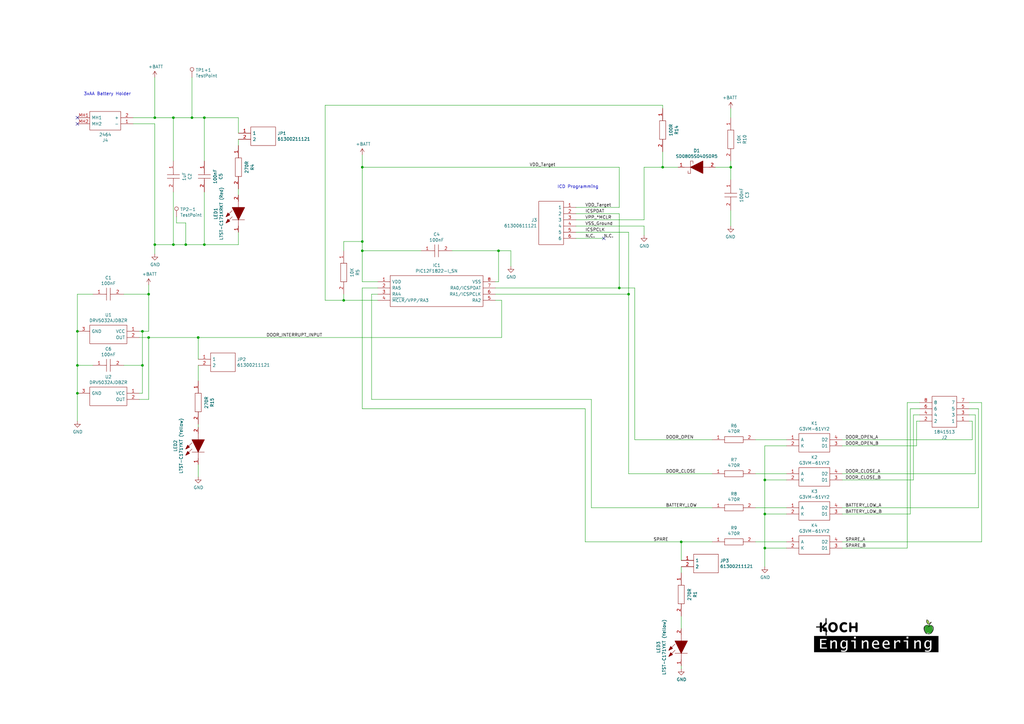
<source format=kicad_sch>
(kicad_sch (version 20211123) (generator eeschema)
  (paper "A3")
  (title_block (title "Garden Gate Logic") (date "2020-11-07") (rev "1.0") (company "KOCH Engineering") (comment 1 "H.KOCH"))
  (lib_symbols
    (symbol "Connector:TestPoint" (pin_numbers hide) (pin_names (offset 0.762) hide)
      (property "Reference" "TP" (at 0 6.858 0))
      (property "Value" "TestPoint" (at 0 5.08 0))
      (symbol "TestPoint_1_1"
        (pin passive line (at 0 0 90) (length 2.54) (name "1") (number "1"))
      )
    )
    (symbol "GardenGate-rescue:2464-SamacSys_Parts2" (pin_names (offset 0.762))
      (property "Reference" "J" (at 19.05 7.62 0))
      (property "Value" "2464-SamacSys_Parts2" (at 19.05 5.08 0))
      (symbol "2464-SamacSys_Parts2_0_0"
        (pin passive line (at 22.86 0 180) (length 5.08) (name "-") (number "1"))
        (pin passive line (at 22.86 -2.54 180) (length 5.08) (name "+") (number "2"))
        (pin passive line (at 0 -2.54 0) (length 5.08) (name "MH1") (number "MH1"))
        (pin passive line (at 0 0 0) (length 5.08) (name "MH2") (number "MH2"))
      )
    )
    (symbol "GardenGate-rescue:61300211121-SamacSys_Parts2" (pin_names (offset 0.762))
      (property "Reference" "J" (at 16.51 7.62 0))
      (property "Value" "61300211121-SamacSys_Parts2" (at 16.51 5.08 0))
      (symbol "61300211121-SamacSys_Parts2_0_0"
        (pin passive line (at 0 0 0) (length 5.08) (name "1") (number "1"))
        (pin passive line (at 0 -2.54 0) (length 5.08) (name "2") (number "2"))
      )
    )
    (symbol "GardenGate-rescue:61300611121-SamacSys_Parts2" (pin_names (offset 0.762))
      (property "Reference" "J" (at 16.51 7.62 0))
      (property "Value" "61300611121-SamacSys_Parts2" (at 16.51 5.08 0))
      (symbol "61300611121-SamacSys_Parts2_0_0"
        (pin passive line (at 0 0 0) (length 5.08) (name "1") (number "1"))
        (pin passive line (at 0 -2.54 0) (length 5.08) (name "2") (number "2"))
        (pin passive line (at 0 -5.08 0) (length 5.08) (name "3") (number "3"))
        (pin passive line (at 0 -7.62 0) (length 5.08) (name "4") (number "4"))
        (pin passive line (at 0 -10.16 0) (length 5.08) (name "5") (number "5"))
        (pin passive line (at 0 -12.7 0) (length 5.08) (name "6") (number "6"))
      )
    )
    (symbol "GardenGate-rescue:C0805C104K5RAC7411-SamacSys_Parts2" (pin_names (offset 0.762))
      (property "Reference" "C" (at 8.89 6.35 0))
      (property "Value" "C0805C104K5RAC7411-SamacSys_Parts2" (at 8.89 3.81 0))
      (symbol "C0805C104K5RAC7411-SamacSys_Parts2_0_0"
        (pin passive line (at 0 0 0) (length 5.08) (name "~") (number "1"))
        (pin passive line (at 12.7 0 180) (length 5.08) (name "~") (number "2"))
      )
    )
    (symbol "GardenGate-rescue:G3VM-61VY2-SamacSys_Parts2" (pin_names (offset 0.762))
      (property "Reference" "K" (at 19.05 7.62 0))
      (property "Value" "G3VM-61VY2-SamacSys_Parts2" (at 19.05 5.08 0))
      (symbol "G3VM-61VY2-SamacSys_Parts2_0_0"
        (pin passive line (at 0 0 0) (length 5.08) (name "A") (number "1"))
        (pin passive line (at 0 -2.54 0) (length 5.08) (name "K") (number "2"))
        (pin passive line (at 22.86 -2.54 180) (length 5.08) (name "D1") (number "3"))
        (pin passive line (at 22.86 0 180) (length 5.08) (name "D2") (number "4"))
      )
    )
    (symbol "GardenGate-rescue:LTST-C171KRKT-SamacSys_Parts2" (pin_names (offset 0.762))
      (property "Reference" "LED" (at 12.7 8.89 0))
      (property "Value" "LTST-C171KRKT-SamacSys_Parts2" (at 12.7 6.35 0))
      (symbol "LTST-C171KRKT-SamacSys_Parts2_0_0"
        (pin passive line (at 0 0 0) (length 2.54) (name "~") (number "1"))
        (pin passive line (at 15.24 0 180) (length 2.54) (name "~") (number "2"))
      )
    )
    (symbol "GardenGate-rescue:LTST-C171YKT-SamacSys_Parts2" (pin_names (offset 0.762))
      (property "Reference" "LED" (at 12.7 8.89 0))
      (property "Value" "LTST-C171YKT-SamacSys_Parts2" (at 12.7 6.35 0))
      (symbol "LTST-C171YKT-SamacSys_Parts2_0_0"
        (pin passive line (at 0 0 0) (length 2.54) (name "~") (number "1"))
        (pin passive line (at 15.24 0 180) (length 2.54) (name "~") (number "2"))
      )
    )
    (symbol "GardenGate-rescue:PIC12F1822-I_SN-SamacSys_Parts2" (pin_names (offset 0.762))
      (property "Reference" "IC" (at 44.45 7.62 0))
      (property "Value" "PIC12F1822-I_SN-SamacSys_Parts2" (at 44.45 5.08 0))
      (symbol "PIC12F1822-I_SN-SamacSys_Parts2_0_0"
        (pin passive line (at 0 0 0) (length 5.08) (name "VDD") (number "1"))
        (pin passive line (at 0 -2.54 0) (length 5.08) (name "RA5") (number "2"))
        (pin passive line (at 0 -5.08 0) (length 5.08) (name "RA4") (number "3"))
        (pin passive line (at 0 -7.62 0) (length 5.08) (name "~{MCLR}/VPP/RA3") (number "4"))
        (pin passive line (at 48.26 -7.62 180) (length 5.08) (name "RA2") (number "5"))
        (pin passive line (at 48.26 -5.08 180) (length 5.08) (name "RA1/ICSPCLK") (number "6"))
        (pin passive line (at 48.26 -2.54 180) (length 5.08) (name "RA0/ICSPDAT") (number "7"))
        (pin passive line (at 48.26 0 180) (length 5.08) (name "VSS") (number "8"))
      )
    )
    (symbol "GardenGate-rescue:RC0805FR-07270RL-SamacSys_Parts2" (pin_names (offset 0.762))
      (property "Reference" "R" (at 13.97 6.35 0))
      (property "Value" "RC0805FR-07270RL-SamacSys_Parts2" (at 13.97 3.81 0))
      (symbol "RC0805FR-07270RL-SamacSys_Parts2_0_0"
        (pin passive line (at 0 0 0) (length 5.08) (name "~") (number "1"))
        (pin passive line (at 17.78 0 180) (length 5.08) (name "~") (number "2"))
      )
    )
    (symbol "GardenGate-rescue:RC0805JR-0710KL-SamacSys_Parts2" (pin_names (offset 0.762))
      (property "Reference" "R" (at 13.97 6.35 0))
      (property "Value" "RC0805JR-0710KL-SamacSys_Parts2" (at 13.97 3.81 0))
      (symbol "RC0805JR-0710KL-SamacSys_Parts2_0_0"
        (pin passive line (at 0 0 0) (length 5.08) (name "~") (number "1"))
        (pin passive line (at 17.78 0 180) (length 5.08) (name "~") (number "2"))
      )
    )
    (symbol "GardenGate-rescue:RC0805JR-100RL-SamacSys_Parts2" (pin_names (offset 0.762))
      (property "Reference" "R" (at 13.97 6.35 0))
      (property "Value" "RC0805JR-100RL-SamacSys_Parts2" (at 13.97 3.81 0))
      (symbol "RC0805JR-100RL-SamacSys_Parts2_0_0"
        (pin passive line (at 0 0 0) (length 5.08) (name "~") (number "1"))
        (pin passive line (at 17.78 0 180) (length 5.08) (name "~") (number "2"))
      )
    )
    (symbol "GardenGate-rescue:RC0805JR-10470RL-SamacSys_Parts2" (pin_names (offset 0.762))
      (property "Reference" "R" (at 13.97 6.35 0))
      (property "Value" "RC0805JR-10470RL-SamacSys_Parts2" (at 13.97 3.81 0))
      (symbol "RC0805JR-10470RL-SamacSys_Parts2_0_0"
        (pin passive line (at 0 0 0) (length 5.08) (name "~") (number "1"))
        (pin passive line (at 17.78 0 180) (length 5.08) (name "~") (number "2"))
      )
    )
    (symbol "GardenGate-rescue:SD0805S040S0R5-SamacSys_Parts2" (pin_names (offset 0.762))
      (property "Reference" "D" (at 12.7 8.89 0))
      (property "Value" "SD0805S040S0R5-SamacSys_Parts2" (at 12.7 6.35 0))
      (symbol "SD0805S040S0R5-SamacSys_Parts2_0_0"
        (pin passive line (at 2.54 0 0) (length 2.54) (name "~") (number "1"))
        (pin passive line (at 17.78 0 180) (length 2.54) (name "~") (number "2"))
      )
    )
    (symbol "GardenGate-rescue:UMF212B7105KGHT-SamacSys_Parts2" (pin_names (offset 0.762))
      (property "Reference" "C" (at 8.89 6.35 0))
      (property "Value" "UMF212B7105KGHT-SamacSys_Parts2" (at 8.89 3.81 0))
      (symbol "UMF212B7105KGHT-SamacSys_Parts2_0_0"
        (pin passive line (at 0 0 0) (length 5.08) (name "~") (number "1"))
        (pin passive line (at 12.7 0 180) (length 5.08) (name "~") (number "2"))
      )
    )
    (symbol "SamacSys_Parts:G3VM-61VY2" (pin_names (offset 0.762))
      (property "Reference" "K" (at 19.05 7.62 0))
      (property "Value" "G3VM-61VY2" (at 19.05 5.08 0))
      (symbol "G3VM-61VY2_0_0"
        (pin passive line (at 0 0 0) (length 5.08) (name "A") (number "1"))
        (pin passive line (at 0 -2.54 0) (length 5.08) (name "K") (number "2"))
        (pin passive line (at 22.86 -2.54 180) (length 5.08) (name "D1") (number "3"))
        (pin passive line (at 22.86 0 180) (length 5.08) (name "D2") (number "4"))
      )
    )
    (symbol "SamarSys_Parts_C_Downloads:1841513" (pin_names (offset 0.762))
      (property "Reference" "J" (at 16.51 7.62 0))
      (property "Value" "SamarSys_Parts_C_Downloads_1841513" (at 16.51 5.08 0))
      (symbol "1841513_0_0"
        (pin passive line (at 0 0 0) (length 5.08) (name "1") (number "1"))
        (pin passive line (at 20.32 0 180) (length 5.08) (name "2") (number "2"))
        (pin passive line (at 0 -2.54 0) (length 5.08) (name "3") (number "3"))
        (pin passive line (at 20.32 -2.54 180) (length 5.08) (name "4") (number "4"))
        (pin passive line (at 0 -5.08 0) (length 5.08) (name "5") (number "5"))
        (pin passive line (at 20.32 -5.08 180) (length 5.08) (name "6") (number "6"))
        (pin passive line (at 0 -7.62 0) (length 5.08) (name "7") (number "7"))
        (pin passive line (at 20.32 -7.62 180) (length 5.08) (name "8") (number "8"))
      )
    )
    (symbol "SamarSys_Parts_Download:DRV5032AJDBZR" (pin_names (offset 0.762))
      (property "Reference" "U" (at 21.59 7.62 0))
      (property "Value" "SamarSys_Parts_Download_DRV5032AJDBZR" (at 21.59 5.08 0))
      (symbol "DRV5032AJDBZR_0_0"
        (pin passive line (at 0 0 0) (length 5.08) (name "VCC") (number "1"))
        (pin passive line (at 0 -2.54 0) (length 5.08) (name "OUT") (number "2"))
        (pin passive line (at 25.4 0 180) (length 5.08) (name "GND") (number "3"))
      )
    )
    (symbol "power:+BATT" (power) (pin_names (offset 0))
      (property "Value" "+BATT" (at 0 3.556 0))
      (symbol "+BATT_1_1"
        (pin power_in line (at 0 0 90) (length 0) hide (name "+BATT") (number "1"))
      )
    )
    (symbol "power:GND" (power) (pin_names (offset 0))
      (property "Value" "GND" (at 0 -3.81 0))
      (symbol "GND_1_1"
        (pin power_in line (at 0 0 270) (length 0) hide (name "GND") (number "1"))
      )
    )
  )
  (junction (at 83.82 100.33))
  (junction (at 63.5 48.26))
  (junction (at 78.74 48.26))
  (junction (at 313.69 224.79))
  (junction (at 279.4 222.25))
  (junction (at 257.81 120.65))
  (junction (at 31.75 149.86))
  (junction (at 31.75 135.89))
  (junction (at 63.5 100.33))
  (junction (at 60.96 138.43))
  (junction (at 31.75 161.29))
  (junction (at 71.12 100.33))
  (junction (at 60.96 120.65))
  (junction (at 299.72 68.58))
  (junction (at 140.97 123.19))
  (junction (at 204.47 102.87))
  (junction (at 58.42 149.86))
  (junction (at 81.28 138.43))
  (junction (at 83.82 48.26))
  (junction (at 254 118.11))
  (junction (at 313.69 196.85))
  (junction (at 148.59 102.87))
  (junction (at 58.42 135.89))
  (junction (at 148.59 68.58))
  (junction (at 148.59 99.06))
  (junction (at 271.78 68.58))
  (junction (at 313.69 210.82))
  (junction (at 76.2 100.33))
  (junction (at 71.12 48.26))
  (no_connect (at 247.65 97.79))
  (no_connect (at 31.75 48.26))
  (no_connect (at 31.75 50.8))
  (wire (pts (xy 38.1 120.65) (xy 31.75 120.65)))
  (wire (pts (xy 152.4 120.65) (xy 152.4 163.83)))
  (wire (pts (xy 345.44 182.88) (xy 375.92 182.88)))
  (wire (pts (xy 375.92 172.72) (xy 377.19 172.72)))
  (wire (pts (xy 402.59 165.1) (xy 397.51 165.1)))
  (wire (pts (xy 185.42 102.87) (xy 204.47 102.87)))
  (wire (pts (xy 148.59 68.58) (xy 148.59 99.06)))
  (wire (pts (xy 309.88 194.31) (xy 322.58 194.31)))
  (wire (pts (xy 279.4 222.25) (xy 292.1 222.25)))
  (wire (pts (xy 58.42 135.89) (xy 60.96 135.89)))
  (wire (pts (xy 72.39 91.44) (xy 76.2 91.44)))
  (wire (pts (xy 401.32 208.28) (xy 401.32 167.64)))
  (wire (pts (xy 97.79 54.61) (xy 97.79 48.26)))
  (wire (pts (xy 54.61 48.26) (xy 63.5 48.26)))
  (wire (pts (xy 57.15 163.83) (xy 60.96 163.83)))
  (wire (pts (xy 81.28 190.5) (xy 81.28 195.58)))
  (wire (pts (xy 148.59 102.87) (xy 148.59 99.06)))
  (wire (pts (xy 279.4 273.05) (xy 279.4 274.32)))
  (wire (pts (xy 377.19 170.18) (xy 374.65 170.18)))
  (wire (pts (xy 236.22 87.63) (xy 254 87.63)))
  (wire (pts (xy 203.2 120.65) (xy 257.81 120.65)))
  (wire (pts (xy 279.4 232.41) (xy 279.4 234.95)))
  (wire (pts (xy 209.55 102.87) (xy 209.55 109.22)))
  (wire (pts (xy 271.78 44.45) (xy 271.78 43.18)))
  (wire (pts (xy 148.59 99.06) (xy 140.97 99.06)))
  (wire (pts (xy 400.05 194.31) (xy 400.05 170.18)))
  (wire (pts (xy 63.5 100.33) (xy 71.12 100.33)))
  (wire (pts (xy 154.94 115.57) (xy 148.59 115.57)))
  (wire (pts (xy 242.57 163.83) (xy 242.57 208.28)))
  (wire (pts (xy 81.28 138.43) (xy 81.28 147.32)))
  (wire (pts (xy 148.59 68.58) (xy 254 68.58)))
  (wire (pts (xy 279.4 252.73) (xy 279.4 257.81)))
  (wire (pts (xy 97.79 77.47) (xy 97.79 80.01)))
  (wire (pts (xy 313.69 196.85) (xy 313.69 210.82)))
  (wire (pts (xy 313.69 224.79) (xy 313.69 232.41)))
  (wire (pts (xy 402.59 222.25) (xy 402.59 165.1)))
  (wire (pts (xy 309.88 208.28) (xy 322.58 208.28)))
  (wire (pts (xy 345.44 224.79) (xy 372.11 224.79)))
  (wire (pts (xy 292.1 194.31) (xy 257.81 194.31)))
  (wire (pts (xy 97.79 95.25) (xy 97.79 100.33)))
  (wire (pts (xy 345.44 196.85) (xy 374.65 196.85)))
  (wire (pts (xy 372.11 165.1) (xy 372.11 224.79)))
  (wire (pts (xy 140.97 102.87) (xy 140.97 99.06)))
  (wire (pts (xy 140.97 120.65) (xy 140.97 123.19)))
  (wire (pts (xy 257.81 95.25) (xy 257.81 120.65)))
  (wire (pts (xy 54.61 50.8) (xy 63.5 50.8)))
  (wire (pts (xy 97.79 57.15) (xy 97.79 59.69)))
  (wire (pts (xy 72.39 88.9) (xy 72.39 91.44)))
  (wire (pts (xy 203.2 118.11) (xy 254 118.11)))
  (wire (pts (xy 78.74 48.26) (xy 83.82 48.26)))
  (wire (pts (xy 148.59 63.5) (xy 148.59 68.58)))
  (wire (pts (xy 50.8 120.65) (xy 60.96 120.65)))
  (wire (pts (xy 240.03 167.64) (xy 240.03 222.25)))
  (wire (pts (xy 377.19 167.64) (xy 373.38 167.64)))
  (wire (pts (xy 83.82 66.04) (xy 83.82 48.26)))
  (wire (pts (xy 313.69 182.88) (xy 322.58 182.88)))
  (wire (pts (xy 292.1 180.34) (xy 260.35 180.34)))
  (wire (pts (xy 76.2 100.33) (xy 83.82 100.33)))
  (wire (pts (xy 313.69 210.82) (xy 322.58 210.82)))
  (wire (pts (xy 313.69 196.85) (xy 313.69 182.88)))
  (wire (pts (xy 154.94 123.19) (xy 140.97 123.19)))
  (wire (pts (xy 71.12 66.04) (xy 71.12 48.26)))
  (wire (pts (xy 204.47 102.87) (xy 209.55 102.87)))
  (wire (pts (xy 271.78 43.18) (xy 133.35 43.18)))
  (wire (pts (xy 148.59 118.11) (xy 148.59 167.64)))
  (wire (pts (xy 63.5 100.33) (xy 63.5 104.14)))
  (wire (pts (xy 345.44 194.31) (xy 400.05 194.31)))
  (wire (pts (xy 81.28 138.43) (xy 205.74 138.43)))
  (wire (pts (xy 78.74 31.75) (xy 78.74 48.26)))
  (wire (pts (xy 401.32 167.64) (xy 397.51 167.64)))
  (wire (pts (xy 31.75 135.89) (xy 31.75 149.86)))
  (wire (pts (xy 148.59 167.64) (xy 240.03 167.64)))
  (wire (pts (xy 293.37 68.58) (xy 299.72 68.58)))
  (wire (pts (xy 63.5 48.26) (xy 71.12 48.26)))
  (wire (pts (xy 63.5 48.26) (xy 63.5 31.75)))
  (wire (pts (xy 257.81 120.65) (xy 257.81 194.31)))
  (wire (pts (xy 264.16 68.58) (xy 264.16 90.17)))
  (wire (pts (xy 299.72 66.04) (xy 299.72 68.58)))
  (wire (pts (xy 254 85.09) (xy 254 68.58)))
  (wire (pts (xy 240.03 222.25) (xy 279.4 222.25)))
  (wire (pts (xy 60.96 120.65) (xy 60.96 135.89)))
  (wire (pts (xy 205.74 123.19) (xy 205.74 138.43)))
  (wire (pts (xy 57.15 138.43) (xy 60.96 138.43)))
  (wire (pts (xy 313.69 224.79) (xy 313.69 210.82)))
  (wire (pts (xy 345.44 208.28) (xy 401.32 208.28)))
  (wire (pts (xy 377.19 165.1) (xy 372.11 165.1)))
  (wire (pts (xy 322.58 224.79) (xy 313.69 224.79)))
  (wire (pts (xy 154.94 120.65) (xy 152.4 120.65)))
  (wire (pts (xy 31.75 149.86) (xy 31.75 161.29)))
  (wire (pts (xy 50.8 149.86) (xy 58.42 149.86)))
  (wire (pts (xy 299.72 86.36) (xy 299.72 92.71)))
  (wire (pts (xy 279.4 229.87) (xy 279.4 222.25)))
  (wire (pts (xy 313.69 196.85) (xy 322.58 196.85)))
  (wire (pts (xy 60.96 138.43) (xy 60.96 163.83)))
  (wire (pts (xy 345.44 180.34) (xy 398.78 180.34)))
  (wire (pts (xy 236.22 97.79) (xy 247.65 97.79)))
  (wire (pts (xy 309.88 180.34) (xy 322.58 180.34)))
  (wire (pts (xy 203.2 115.57) (xy 204.47 115.57)))
  (wire (pts (xy 60.96 138.43) (xy 81.28 138.43)))
  (wire (pts (xy 236.22 90.17) (xy 264.16 90.17)))
  (wire (pts (xy 71.12 78.74) (xy 71.12 100.33)))
  (wire (pts (xy 83.82 78.74) (xy 83.82 100.33)))
  (wire (pts (xy 345.44 210.82) (xy 373.38 210.82)))
  (wire (pts (xy 58.42 135.89) (xy 58.42 149.86)))
  (wire (pts (xy 60.96 116.84) (xy 60.96 120.65)))
  (wire (pts (xy 398.78 180.34) (xy 398.78 172.72)))
  (wire (pts (xy 57.15 135.89) (xy 58.42 135.89)))
  (wire (pts (xy 254 87.63) (xy 254 118.11)))
  (wire (pts (xy 374.65 170.18) (xy 374.65 196.85)))
  (wire (pts (xy 83.82 48.26) (xy 97.79 48.26)))
  (wire (pts (xy 271.78 62.23) (xy 271.78 68.58)))
  (wire (pts (xy 204.47 115.57) (xy 204.47 102.87)))
  (wire (pts (xy 81.28 173.99) (xy 81.28 175.26)))
  (wire (pts (xy 375.92 182.88) (xy 375.92 172.72)))
  (wire (pts (xy 205.74 123.19) (xy 203.2 123.19)))
  (wire (pts (xy 260.35 118.11) (xy 260.35 180.34)))
  (wire (pts (xy 345.44 222.25) (xy 402.59 222.25)))
  (wire (pts (xy 31.75 135.89) (xy 31.75 120.65)))
  (wire (pts (xy 76.2 91.44) (xy 76.2 100.33)))
  (wire (pts (xy 38.1 149.86) (xy 31.75 149.86)))
  (wire (pts (xy 152.4 163.83) (xy 242.57 163.83)))
  (wire (pts (xy 71.12 48.26) (xy 78.74 48.26)))
  (wire (pts (xy 71.12 100.33) (xy 76.2 100.33)))
  (wire (pts (xy 58.42 149.86) (xy 58.42 161.29)))
  (wire (pts (xy 236.22 92.71) (xy 264.16 92.71)))
  (wire (pts (xy 299.72 44.45) (xy 299.72 48.26)))
  (wire (pts (xy 322.58 222.25) (xy 309.88 222.25)))
  (wire (pts (xy 58.42 161.29) (xy 57.15 161.29)))
  (wire (pts (xy 148.59 102.87) (xy 172.72 102.87)))
  (wire (pts (xy 236.22 85.09) (xy 254 85.09)))
  (wire (pts (xy 133.35 43.18) (xy 133.35 123.19)))
  (wire (pts (xy 278.13 68.58) (xy 271.78 68.58)))
  (wire (pts (xy 292.1 208.28) (xy 242.57 208.28)))
  (wire (pts (xy 236.22 95.25) (xy 257.81 95.25)))
  (wire (pts (xy 31.75 161.29) (xy 31.75 172.72)))
  (wire (pts (xy 299.72 68.58) (xy 299.72 73.66)))
  (wire (pts (xy 373.38 167.64) (xy 373.38 210.82)))
  (wire (pts (xy 398.78 172.72) (xy 397.51 172.72)))
  (wire (pts (xy 154.94 118.11) (xy 148.59 118.11)))
  (wire (pts (xy 63.5 50.8) (xy 63.5 100.33)))
  (wire (pts (xy 81.28 149.86) (xy 81.28 156.21)))
  (wire (pts (xy 83.82 100.33) (xy 97.79 100.33)))
  (wire (pts (xy 254 118.11) (xy 260.35 118.11)))
  (wire (pts (xy 264.16 68.58) (xy 271.78 68.58)))
  (wire (pts (xy 133.35 123.19) (xy 140.97 123.19)))
  (wire (pts (xy 148.59 102.87) (xy 148.59 115.57)))
  (wire (pts (xy 400.05 170.18) (xy 397.51 170.18)))
  (wire (pts (xy 264.16 96.52) (xy 264.16 92.71)))
  (image (at 359.41 260.35))
  (text "ICD Programming\n" (at 228.6 77.47 0) (effects (font (size 1.27 1.27)) (justify left bottom)))
  (text "3xAA Battery Holder" (at 34.29 39.37 0) (effects (font (size 1.27 1.27)) (justify left bottom)))
  (label "DOOR_OPEN_B" (at 346.71 182.88 0))
  (label "N.C." (at 247.65 97.79 0))
  (label "DOOR_OPEN_A" (at 346.71 180.34 0))
  (label "DOOR_CLOSE_B" (at 346.71 196.85 0))
  (label "VSS_Ground" (at 240.03 92.71 0))
  (label "DOOR_CLOSE_A" (at 346.71 194.31 0))
  (label "VDD_Target" (at 217.17 68.58 0))
  (label "N.C." (at 240.03 97.79 0))
  (label "ICSPCLK" (at 240.03 95.25 0))
  (label "SPARE_A" (at 346.71 222.25 0))
  (label "DOOR_OPEN" (at 273.05 180.34 0))
  (label "BATTERY_LOW" (at 273.05 208.28 0))
  (label "BATTERY_LOW_A" (at 346.71 208.28 0))
  (label "ICSPDAT" (at 240.03 87.63 0))
  (label "VPP_*MCLR" (at 240.03 90.17 0))
  (label "DOOR_CLOSE" (at 273.05 194.31 0))
  (label "BATTERY_LOW_B" (at 346.71 210.82 0))
  (label "SPARE" (at 267.97 222.25 0))
  (label "VDD_Target" (at 240.03 85.09 0))
  (label "DOOR_INTERRUPT_INPUT" (at 109.22 138.43 0))
  (label "SPARE_B" (at 346.71 224.79 0))
  (symbol (lib_id "power:+BATT") (at 63.5 31.75 0) (unit 1)
    (property "Reference" "#PWR01" (effects hide))
    (property "Value" "+BATT" (at 63.881 27.3558 0))
  )
  (symbol (lib_id "power:GND") (at 313.69 232.41 0) (unit 1)
    (property "Reference" "#PWR08" (effects hide))
    (property "Value" "GND" (at 313.817 236.8042 0))
  )
  (symbol (lib_id "power:GND") (at 63.5 104.14 0) (unit 1)
    (property "Reference" "#PWR0101" (effects hide))
    (property "Value" "GND" (at 63.627 108.5342 0))
  )
  (symbol (lib_id "power:GND") (at 299.72 92.71 0) (mirror y) (unit 1)
    (property "Reference" "#PWR010" (effects hide))
    (property "Value" "GND" (at 299.593 97.1042 0))
  )
  (symbol (lib_id "power:+BATT") (at 299.72 44.45 0) (mirror y) (unit 1)
    (property "Reference" "#PWR09" (effects hide))
    (property "Value" "+BATT" (at 299.339 40.0558 0))
  )
  (symbol (lib_id "power:GND") (at 264.16 96.52 0) (unit 1)
    (property "Reference" "#PWR07" (effects hide))
    (property "Value" "GND" (at 264.287 100.9142 0))
  )
  (symbol (lib_id "power:GND") (at 209.55 109.22 0) (unit 1)
    (property "Reference" "#PWR06" (effects hide))
    (property "Value" "GND" (at 209.677 113.6142 0))
  )
  (symbol (lib_id "SamacSys_Parts:G3VM-61VY2") (at 322.58 194.31 0) (unit 1)
    (property "Reference" "K2" (at 334.01 187.579 0))
    (property "Value" "G3VM-61VY2" (at 334.01 189.8904 0))
    (property "Footprint" "SOP254P700X230-4N" (effects hide))
    (property "Datasheet" "https://omronfs.omron.com/en_US/ecb/products/pdf/en-g3vm_61g_61vy1.pdf" (effects hide))
    (property "Description" "Solid State Relays - PCB Mount Mos Fet Relay, SMT 60V, 1 form A,SOP4" (effects hide))
    (property "Height" "2.3" (effects hide))
    (property "Mouser Part Number" "653-G3VM61VY2" (effects hide))
    (property "Mouser Price/Stock" "https://www.mouser.co.uk/ProductDetail/Omron-Electronics/G3VM-61VY2?qs=HuCFcgRyUKi6OUI8RxlvUg%3D%3D" (effects hide))
    (property "Manufacturer_Name" "Omron Electronics" (effects hide))
    (property "Manufacturer_Part_Number" "G3VM-61VY2" (effects hide))
  )
  (symbol (lib_id "SamacSys_Parts:G3VM-61VY2") (at 322.58 208.28 0) (unit 1)
    (property "Reference" "K3" (at 334.01 201.549 0))
    (property "Value" "G3VM-61VY2" (at 334.01 203.8604 0))
    (property "Footprint" "SOP254P700X230-4N" (effects hide))
    (property "Datasheet" "https://omronfs.omron.com/en_US/ecb/products/pdf/en-g3vm_61g_61vy1.pdf" (effects hide))
    (property "Description" "Solid State Relays - PCB Mount Mos Fet Relay, SMT 60V, 1 form A,SOP4" (effects hide))
    (property "Height" "2.3" (effects hide))
    (property "Mouser Part Number" "653-G3VM61VY2" (effects hide))
    (property "Mouser Price/Stock" "https://www.mouser.co.uk/ProductDetail/Omron-Electronics/G3VM-61VY2?qs=HuCFcgRyUKi6OUI8RxlvUg%3D%3D" (effects hide))
    (property "Manufacturer_Name" "Omron Electronics" (effects hide))
    (property "Manufacturer_Part_Number" "G3VM-61VY2" (effects hide))
  )
  (symbol (lib_id "SamacSys_Parts:G3VM-61VY2") (at 322.58 222.25 0) (unit 1)
    (property "Reference" "K4" (at 334.01 215.519 0))
    (property "Value" "G3VM-61VY2" (at 334.01 217.8304 0))
    (property "Footprint" "SOP254P700X230-4N" (effects hide))
    (property "Datasheet" "https://omronfs.omron.com/en_US/ecb/products/pdf/en-g3vm_61g_61vy1.pdf" (effects hide))
    (property "Description" "Solid State Relays - PCB Mount Mos Fet Relay, SMT 60V, 1 form A,SOP4" (effects hide))
    (property "Height" "2.3" (effects hide))
    (property "Mouser Part Number" "653-G3VM61VY2" (effects hide))
    (property "Mouser Price/Stock" "https://www.mouser.co.uk/ProductDetail/Omron-Electronics/G3VM-61VY2?qs=HuCFcgRyUKi6OUI8RxlvUg%3D%3D" (effects hide))
    (property "Manufacturer_Name" "Omron Electronics" (effects hide))
    (property "Manufacturer_Part_Number" "G3VM-61VY2" (effects hide))
  )
  (symbol (lib_id "power:+BATT") (at 60.96 116.84 0) (unit 1)
    (property "Reference" "#PWR03" (effects hide))
    (property "Value" "+BATT" (at 61.341 112.4458 0))
  )
  (symbol (lib_id "power:+BATT") (at 148.59 63.5 0) (unit 1)
    (property "Reference" "#PWR0103" (effects hide))
    (property "Value" "+BATT" (at 148.971 59.1058 0))
  )
  (symbol (lib_id "power:GND") (at 81.28 195.58 0) (unit 1)
    (property "Reference" "#PWR0106" (effects hide))
    (property "Value" "GND" (at 81.407 199.9742 0))
  )
  (symbol (lib_id "power:GND") (at 31.75 172.72 0) (unit 1)
    (property "Reference" "#PWR0102" (effects hide))
    (property "Value" "GND" (at 31.877 177.1142 0))
  )
  (symbol (lib_id "SamarSys_Parts_Download:DRV5032AJDBZR") (at 57.15 135.89 0) (mirror y) (unit 1)
    (property "Reference" "U1" (at 44.45 129.159 0))
    (property "Value" "DRV5032AJDBZR" (at 44.45 131.4704 0))
    (property "Footprint" "TO_SOT_Packages_THT:TO-92_Molded_Narrow" (effects hide))
    (property "Datasheet" "http://www.ti.com/lit/gpn/drv5032" (effects hide))
    (property "Description" "Board Mount Hall Effect / Magnetic Sensors Ultra-Low Power 1.65V to 5.5V" (effects hide))
    (property "Height" "1.12" (effects hide))
    (property "Manufacturer_Name" "Texas Instruments" (effects hide))
    (property "Manufacturer_Part_Number" "DRV5032AJDBZR" (effects hide))
    (property "Arrow Part Number" "DRV5032AJDBZR" (effects hide))
    (property "Arrow Price/Stock" "https://www.arrow.com/en/products/drv5032ajdbzr/texas-instruments" (effects hide))
    (property "Mouser Part Number" "595-DRV5032AJDBZR" (effects hide))
    (property "Mouser Price/Stock" "https://www.mouser.co.uk/ProductDetail/Texas-Instruments/DRV5032AJDBZR?qs=5aG0NVq1C4ysSEEr77vpoQ%3D%3D" (effects hide))
  )
  (symbol (lib_id "GardenGate-rescue:2464-SamacSys_Parts2") (at 31.75 50.8 0) (mirror x) (unit 1)
    (property "Reference" "J4" (at 43.18 57.531 0))
    (property "Value" "2464" (at 43.18 55.2196 0))
    (property "Footprint" "2464" (effects hide))
    (property "Datasheet" "http://www.keyelco.com/product-pdf.cfm?p=1029" (effects hide))
    (property "Description" "KEYSTONE - 2464. - BATTERY HOLDER" (effects hide))
    (property "Height" "16" (effects hide))
    (property "Mouser Part Number" "534-2464" (effects hide))
    (property "Mouser Price/Stock" "https://www.mouser.co.uk/ProductDetail/Keystone-Electronics/2464?qs=3CbvriavsLDuYK6W9WnmCg%3D%3D" (effects hide))
    (property "Manufacturer_Name" "Keystone Electronics" (effects hide))
    (property "Manufacturer_Part_Number" "2464" (effects hide))
  )
  (symbol (lib_id "GardenGate-rescue:PIC12F1822-I_SN-SamacSys_Parts2") (at 154.94 115.57 0) (unit 1)
    (property "Reference" "IC1" (at 179.07 108.839 0))
    (property "Value" "PIC12F1822-I_SN" (at 179.07 111.1504 0))
    (property "Footprint" "SOIC127P600X175-8N" (effects hide))
    (property "Description" "MCU, Enhanced Core, Int Osc, 8SOIC" (effects hide))
    (property "Height" "1.75" (effects hide))
    (property "Mouser Part Number" "579-PIC12F1822-I/SN" (effects hide))
    (property "Mouser Price/Stock" "https://www.mouser.co.uk/ProductDetail/Microchip-Technology/PIC12F1822-I-SN?qs=bxUt0k7cytKPFQAMxEP9Kw%3D%3D" (effects hide))
    (property "Manufacturer_Name" "Microchip" (effects hide))
    (property "Manufacturer_Part_Number" "PIC12F1822-I/SN" (effects hide))
  )
  (symbol (lib_id "GardenGate-rescue:61300211121-SamacSys_Parts2") (at 279.4 229.87 0) (unit 1)
    (property "Reference" "JP3" (at 295.3512 229.9716 0) (effects (justify left)))
    (property "Value" "61300211121" (at 295.3512 232.283 0) (effects (justify left)))
    (property "Footprint" "HDRV2W110P0X254_1X2_508X254X854P" (effects hide))
    (property "Datasheet" "https://componentsearchengine.com/Datasheets/2/61300211121.pdf" (effects hide))
    (property "Description" "WURTH ELEKTRONIK - 61300211121 - HEADER, 2.54MM, PIN, THT, VERTICAL, 2WAY" (effects hide))
    (property "Height" "8.54" (effects hide))
    (property "Mouser Part Number" "710-61300211121" (effects hide))
    (property "Mouser Price/Stock" "https://www.mouser.co.uk/ProductDetail/Wurth-Elektronik/61300211121?qs=t4813l51qx%252B1A5GYDQxPlw%3D%3D" (effects hide))
    (property "Manufacturer_Name" "Wurth Elektronik" (effects hide))
    (property "Manufacturer_Part_Number" "61300211121" (effects hide))
  )
  (symbol (lib_id "SamarSys_Parts_Download:DRV5032AJDBZR") (at 57.15 161.29 0) (mirror y) (unit 1)
    (property "Reference" "U2" (at 44.45 154.559 0))
    (property "Value" "DRV5032AJDBZR" (at 44.45 156.8704 0))
    (property "Footprint" "TO_SOT_Packages_THT:TO-92_Molded_Narrow" (effects hide))
    (property "Datasheet" "http://www.ti.com/lit/gpn/drv5032" (effects hide))
    (property "Description" "Board Mount Hall Effect / Magnetic Sensors Ultra-Low Power 1.65V to 5.5V" (effects hide))
    (property "Height" "1.12" (effects hide))
    (property "Manufacturer_Name" "Texas Instruments" (effects hide))
    (property "Manufacturer_Part_Number" "DRV5032AJDBZR" (effects hide))
    (property "Arrow Part Number" "DRV5032AJDBZR" (effects hide))
    (property "Arrow Price/Stock" "https://www.arrow.com/en/products/drv5032ajdbzr/texas-instruments" (effects hide))
    (property "Mouser Part Number" "595-DRV5032AJDBZR" (effects hide))
    (property "Mouser Price/Stock" "https://www.mouser.co.uk/ProductDetail/Texas-Instruments/DRV5032AJDBZR?qs=5aG0NVq1C4ysSEEr77vpoQ%3D%3D" (effects hide))
  )
  (symbol (lib_id "GardenGate-rescue:61300611121-SamacSys_Parts2") (at 236.22 85.09 0) (mirror y) (unit 1)
    (property "Reference" "J3" (at 220.2688 90.2716 0) (effects (justify left)))
    (property "Value" "61300611121" (at 220.2688 92.583 0) (effects (justify left)))
    (property "Footprint" "HDRV6W64P0X254_1X6_1524X254X869P" (effects hide))
    (property "Datasheet" "https://componentsearchengine.com/Datasheets/2/61300611121.pdf" (effects hide))
    (property "Description" "WR-PHD 2.54mm Pin Header THT Straight 6p Wurth Elektronik WR-PHD Series, Series Number 6130, 2.54mm Pitch 6 Way 1 Row Straight Pin Header, Cable Mount" (effects hide))
    (property "Height" "8.69" (effects hide))
    (property "Mouser Part Number" "710-61300611121" (effects hide))
    (property "Mouser Price/Stock" "https://www.mouser.co.uk/ProductDetail/Wurth-Elektronik/61300611121?qs=t4813l51qx%2FRpdf0Kp1HlQ%3D%3D" (effects hide))
    (property "Manufacturer_Name" "Wurth Elektronik" (effects hide))
    (property "Manufacturer_Part_Number" "61300611121" (effects hide))
  )
  (symbol (lib_id "GardenGate-rescue:LTST-C171YKT-SamacSys_Parts2") (at 81.28 190.5 90) (unit 1)
    (property "Reference" "LED2" (at 71.9582 182.88 0))
    (property "Value" "LTST-C171YKT (Yellow)" (at 74.2696 182.88 0))
    (property "Footprint" "KOCH_GardenGate:GardenGateLED" (effects hide))
    (property "Datasheet" "http://media.digikey.com/pdf/Data%20Sheets/Lite-On%20PDFs/LTST-C171YKT.pdf" (effects hide))
    (property "Description" "Super thin (0.8H mm) Chip LED" (effects hide))
    (property "Height" "0.9" (effects hide))
    (property "Mouser Part Number" "859-LTST-C171YKT" (effects hide))
    (property "Mouser Price/Stock" "https://www.mouser.co.uk/ProductDetail/Lite-On/LTST-C171YKT?qs=NUb82WqeCypYNtosolvTLQ%3D%3D" (effects hide))
    (property "Manufacturer_Name" "Lite-On" (effects hide))
    (property "Manufacturer_Part_Number" "LTST-C171YKT" (effects hide))
  )
  (symbol (lib_id "GardenGate-rescue:LTST-C171KRKT-SamacSys_Parts2") (at 97.79 95.25 90) (unit 1)
    (property "Reference" "LED1" (at 88.4682 87.63 0))
    (property "Value" "LTST-C171KRKT (Red)" (at 90.7796 87.63 0))
    (property "Footprint" "KOCH_GardenGate:GardenGateLED" (effects hide))
    (property "Datasheet" "https://www.mouser.dk/datasheet/2/239/Lite-On-LTST-C171KRKT-1175280.pdf" (effects hide))
    (property "Description" "Lite-On LTST-C171KRKT, CHIPLED 0805 631 nm Red LED, 2012 (0805) SMD package" (effects hide))
    (property "Height" "0.9" (effects hide))
    (property "Mouser Part Number" "859-LTST-C171KRKT" (effects hide))
    (property "Mouser Price/Stock" "https://www.mouser.co.uk/ProductDetail/Lite-On/LTST-C171KRKT?qs=5XMAZBf2SiSTcAb1f5vDzw%3D%3D" (effects hide))
    (property "Manufacturer_Name" "Lite-On" (effects hide))
    (property "Manufacturer_Part_Number" "LTST-C171KRKT" (effects hide))
  )
  (symbol (lib_id "GardenGate-rescue:C0805C104K5RAC7411-SamacSys_Parts2") (at 38.1 149.86 0) (unit 1)
    (property "Reference" "C6" (at 44.45 143.129 0))
    (property "Value" "100nF" (at 44.45 145.4404 0))
    (property "Footprint" "CAPC2012X88N" (effects hide))
    (property "Description" "Cap Ceramic 0.1uF 50V X7R 10% Pad SMD 0805 125C T/R" (effects hide))
    (property "Height" "0.88" (effects hide))
    (property "Mouser Part Number" "80-C0805C104K5RACLR" (effects hide))
    (property "Mouser Price/Stock" "https://www.mouser.co.uk/ProductDetail/KEMET/C0805C104K5RAC7411?qs=jbRM9o5BbzPcVXF0wW9AYg%3D%3D" (effects hide))
    (property "Manufacturer_Name" "Kemet" (effects hide))
    (property "Manufacturer_Part_Number" "C0805C104K5RAC7411" (effects hide))
  )
  (symbol (lib_id "GardenGate-rescue:RC0805JR-100RL-SamacSys_Parts2") (at 271.78 44.45 270) (unit 1)
    (property "Reference" "R14" (at 277.495 53.34 0))
    (property "Value" "100R" (at 275.1836 53.34 0))
    (property "Footprint" "RESC2012X60N" (effects hide))
    (property "Datasheet" "http://www.yageo.com/documents/recent/PYu-RC_Group_51_RoHS_L_10.pdf" (effects hide))
    (property "Description" "YAGEO - RC0805JR-100RL - RES, THICK FILM, 0R, 0.125W, 0805" (effects hide))
    (property "Height" "0.6" (effects hide))
    (property "Mouser Part Number" "603-RC0805JR-100RL" (effects hide))
    (property "Mouser Price/Stock" "https://www.mouser.co.uk/ProductDetail/YAGEO/RC0805JR-100RL?qs=fRxXYNj8ftFe%252BcsxoUmr4g%3D%3D" (effects hide))
    (property "Manufacturer_Name" "YAGEO (PHYCOMP)" (effects hide))
    (property "Manufacturer_Part_Number" "RC0805JR-100RL" (effects hide))
  )
  (symbol (lib_id "GardenGate-rescue:RC0805JR-0710KL-SamacSys_Parts2") (at 140.97 102.87 270) (unit 1)
    (property "Reference" "R5" (at 146.685 111.76 0))
    (property "Value" "10K" (at 144.3736 111.76 0))
    (property "Footprint" "RESC2012X60N" (effects hide))
    (property "Datasheet" "http://www.yageo.com/documents/recent/PYu-RC_Group_51_RoHS_L_10.pdf" (effects hide))
    (property "Description" "YAGEO - RC0805JR-0710KL - SMD Chip Resistor, 0805 [2012 Metric], 10 kohm, RC Series, 150 V, Thick Film, 125 mW" (effects hide))
    (property "Height" "0.6" (effects hide))
    (property "Mouser Part Number" "603-RC0805JR-0710KL" (effects hide))
    (property "Mouser Price/Stock" "https://www.mouser.co.uk/ProductDetail/YAGEO/RC0805JR-0710KL?qs=ZFGQJeMQzF5q%2Fp77vM%2FrVQ%3D%3D" (effects hide))
    (property "Manufacturer_Name" "YAGEO (PHYCOMP)" (effects hide))
    (property "Manufacturer_Part_Number" "RC0805JR-0710KL" (effects hide))
  )
  (symbol (lib_id "GardenGate-rescue:RC0805FR-07270RL-SamacSys_Parts2") (at 81.28 156.21 270) (unit 1)
    (property "Reference" "R15" (at 86.995 165.1 0))
    (property "Value" "270R" (at 84.6836 165.1 0))
    (property "Footprint" "RESC2012X60N" (effects hide))
    (property "Datasheet" "http://www.yageo.com/documents/recent/PYu-RC_Group_51_RoHS_L_10.pdf" (effects hide))
    (property "Description" "Yageo RC0805 Series Thick Film Surface Mount Resistor 0805 Case 270 +/-1% 0.125W +/-100ppm/C" (effects hide))
    (property "Height" "0.6" (effects hide))
    (property "Mouser Part Number" "603-RC0805FR-07270RL" (effects hide))
    (property "Mouser Price/Stock" "https://www.mouser.co.uk/ProductDetail/YAGEO/RC0805FR-07270RL?qs=fRxXYNj8ftH0PxeHhRcbcA%3D%3D" (effects hide))
    (property "Manufacturer_Name" "YAGEO (PHYCOMP)" (effects hide))
    (property "Manufacturer_Part_Number" "RC0805FR-07270RL" (effects hide))
  )
  (symbol (lib_id "GardenGate-rescue:RC0805JR-10470RL-SamacSys_Parts2") (at 292.1 180.34 0) (unit 1)
    (property "Reference" "R6" (at 300.99 174.625 0))
    (property "Value" "470R" (at 300.99 176.9364 0))
    (property "Footprint" "RESC2012X60N" (effects hide))
    (property "Datasheet" "http://www.yageo.com/documents/recent/PYu-RC_Group_51_RoHS_L_10.pdf" (effects hide))
    (property "Description" "Thick Film Resistors - SMD 470 ohm 5% 150V General Purpose" (effects hide))
    (property "Height" "0.6" (effects hide))
    (property "Mouser Part Number" "603-RC0805JR-10470RL" (effects hide))
    (property "Mouser Price/Stock" "https://www.mouser.co.uk/ProductDetail/YAGEO/RC0805JR-10470RL?qs=fRxXYNj8ftEFZlcbXaHWlw%3D%3D" (effects hide))
    (property "Manufacturer_Name" "YAGEO (PHYCOMP)" (effects hide))
    (property "Manufacturer_Part_Number" "RC0805JR-10470RL" (effects hide))
  )
  (symbol (lib_id "GardenGate-rescue:SD0805S040S0R5-SamacSys_Parts2") (at 275.59 68.58 0) (unit 1)
    (property "Reference" "D1" (at 285.75 61.7982 0))
    (property "Value" "SD0805S040S0R5" (at 285.75 64.1096 0))
    (property "Footprint" "SD0805" (effects hide))
    (property "Datasheet" "http://catalogs.avx.com/SchottkyDiodes.pdf" (effects hide))
    (property "Description" "AVX - SD0805S040S0R5 - DIODE, SCHOTTKY, 0.5A, 40V, SOD-323" (effects hide))
    (property "Mouser Part Number" "581-SD0805S040S0R5" (effects hide))
    (property "Mouser Price/Stock" "https://www.mouser.co.uk/ProductDetail/AVX/SD0805S040S0R5?qs=jCA%252BPfw4LHZwphObYhjVUA%3D%3D" (effects hide))
    (property "Manufacturer_Name" "AVX" (effects hide))
    (property "Manufacturer_Part_Number" "SD0805S040S0R5" (effects hide))
  )
  (symbol (lib_id "GardenGate-rescue:UMF212B7105KGHT-SamacSys_Parts2") (at 71.12 66.04 270) (unit 1)
    (property "Reference" "C2" (at 77.851 72.39 0))
    (property "Value" "1uF" (at 75.5396 72.39 0))
    (property "Footprint" "CAPC2012X135N" (effects hide))
    (property "Datasheet" "https://www.mouser.co.uk/datasheet/2/396/taiyo_yuden_12132018_mlcc11_hq_e-1510082.pdf" (effects hide))
    (property "Description" "Multilayer Ceramic Capacitors MLCC - SMD/SMT 0805 50V 1uF 10% AEC-Q200" (effects hide))
    (property "Height" "1.35" (effects hide))
    (property "Mouser Part Number" "963-UMF212B7105KGHT" (effects hide))
    (property "Mouser Price/Stock" "https://www.mouser.co.uk/ProductDetail/Taiyo-Yuden/UMF212B7105KGHT?qs=%252B6g0mu59x7KoF6NN%2FES6FQ%3D%3D" (effects hide))
    (property "Manufacturer_Name" "TAIYO YUDEN" (effects hide))
    (property "Manufacturer_Part_Number" "UMF212B7105KGHT" (effects hide))
  )
  (symbol (lib_id "GardenGate-rescue:61300211121-SamacSys_Parts2") (at 97.79 54.61 0) (unit 1)
    (property "Reference" "JP1" (at 113.7412 54.7116 0) (effects (justify left)))
    (property "Value" "61300211121" (at 113.7412 57.023 0) (effects (justify left)))
    (property "Footprint" "HDRV2W110P0X254_1X2_508X254X854P" (effects hide))
    (property "Datasheet" "https://componentsearchengine.com/Datasheets/2/61300211121.pdf" (effects hide))
    (property "Description" "WURTH ELEKTRONIK - 61300211121 - HEADER, 2.54MM, PIN, THT, VERTICAL, 2WAY" (effects hide))
    (property "Height" "8.54" (effects hide))
    (property "Mouser Part Number" "710-61300211121" (effects hide))
    (property "Mouser Price/Stock" "https://www.mouser.co.uk/ProductDetail/Wurth-Elektronik/61300211121?qs=t4813l51qx%252B1A5GYDQxPlw%3D%3D" (effects hide))
    (property "Manufacturer_Name" "Wurth Elektronik" (effects hide))
    (property "Manufacturer_Part_Number" "61300211121" (effects hide))
  )
  (symbol (lib_id "GardenGate-rescue:61300211121-SamacSys_Parts2") (at 81.28 147.32 0) (unit 1)
    (property "Reference" "JP2" (at 97.2312 147.4216 0) (effects (justify left)))
    (property "Value" "61300211121" (at 97.2312 149.733 0) (effects (justify left)))
    (property "Footprint" "HDRV2W110P0X254_1X2_508X254X854P" (effects hide))
    (property "Datasheet" "https://componentsearchengine.com/Datasheets/2/61300211121.pdf" (effects hide))
    (property "Description" "WURTH ELEKTRONIK - 61300211121 - HEADER, 2.54MM, PIN, THT, VERTICAL, 2WAY" (effects hide))
    (property "Height" "8.54" (effects hide))
    (property "Mouser Part Number" "710-61300211121" (effects hide))
    (property "Mouser Price/Stock" "https://www.mouser.co.uk/ProductDetail/Wurth-Elektronik/61300211121?qs=t4813l51qx%252B1A5GYDQxPlw%3D%3D" (effects hide))
    (property "Manufacturer_Name" "Wurth Elektronik" (effects hide))
    (property "Manufacturer_Part_Number" "61300211121" (effects hide))
  )
  (symbol (lib_id "GardenGate-rescue:C0805C104K5RAC7411-SamacSys_Parts2") (at 38.1 120.65 0) (unit 1)
    (property "Reference" "C1" (at 44.45 113.919 0))
    (property "Value" "100nF" (at 44.45 116.2304 0))
    (property "Footprint" "CAPC2012X88N" (effects hide))
    (property "Description" "Cap Ceramic 0.1uF 50V X7R 10% Pad SMD 0805 125C T/R" (effects hide))
    (property "Height" "0.88" (effects hide))
    (property "Mouser Part Number" "80-C0805C104K5RACLR" (effects hide))
    (property "Mouser Price/Stock" "https://www.mouser.co.uk/ProductDetail/KEMET/C0805C104K5RAC7411?qs=jbRM9o5BbzPcVXF0wW9AYg%3D%3D" (effects hide))
    (property "Manufacturer_Name" "Kemet" (effects hide))
    (property "Manufacturer_Part_Number" "C0805C104K5RAC7411" (effects hide))
  )
  (symbol (lib_id "SamarSys_Parts_C_Downloads:1841513") (at 397.51 172.72 180) (unit 1)
    (property "Reference" "J2" (at 387.35 179.451 0))
    (property "Value" "1841513" (at 387.35 177.1396 0))
    (property "Footprint" "SHDR8W110P935X350_2X4_1550X1800X2440P" (effects hide))
    (property "Datasheet" "https://www.phoenixcontact.com/online/portal/gb/?uri=pxc-oc-itemdetail:pid=1841513&library=gben&pcck=P-11-01-05&tab=1&selectedCategory=ALL" (effects hide))
    (property "Description" "PCB terminal block, nominal current: 10 A, nom. voltage: 200 V, pitch: 3.5 mm, number of positions: 4, connection method" (effects hide))
    (property "Height" "24.4" (effects hide))
    (property "Mouser Part Number" "651-1841513" (effects hide))
    (property "Mouser Price/Stock" "https://www.mouser.co.uk/ProductDetail/Phoenix-Contact/1841513?qs=rgm%252B66FY1gBGd9IGq91XMg%3D%3D" (effects hide))
    (property "Manufacturer_Name" "Phoenix Contact" (effects hide))
    (property "Manufacturer_Part_Number" "1841513" (effects hide))
  )
  (symbol (lib_id "GardenGate-rescue:C0805C104K5RAC7411-SamacSys_Parts2") (at 172.72 102.87 0) (unit 1)
    (property "Reference" "C4" (at 179.07 96.139 0))
    (property "Value" "100nF" (at 179.07 98.4504 0))
    (property "Footprint" "CAPC2012X88N" (effects hide))
    (property "Description" "Cap Ceramic 0.1uF 50V X7R 10% Pad SMD 0805 125C T/R" (effects hide))
    (property "Height" "0.88" (effects hide))
    (property "Mouser Part Number" "80-C0805C104K5RACLR" (effects hide))
    (property "Mouser Price/Stock" "https://www.mouser.co.uk/ProductDetail/KEMET/C0805C104K5RAC7411?qs=jbRM9o5BbzPcVXF0wW9AYg%3D%3D" (effects hide))
    (property "Manufacturer_Name" "Kemet" (effects hide))
    (property "Manufacturer_Part_Number" "C0805C104K5RAC7411" (effects hide))
  )
  (symbol (lib_id "GardenGate-rescue:C0805C104K5RAC7411-SamacSys_Parts2") (at 83.82 66.04 270) (unit 1)
    (property "Reference" "C5" (at 90.551 72.39 0))
    (property "Value" "100nF" (at 88.2396 72.39 0))
    (property "Footprint" "CAPC2012X88N" (effects hide))
    (property "Description" "Cap Ceramic 0.1uF 50V X7R 10% Pad SMD 0805 125C T/R" (effects hide))
    (property "Height" "0.88" (effects hide))
    (property "Mouser Part Number" "80-C0805C104K5RACLR" (effects hide))
    (property "Mouser Price/Stock" "https://www.mouser.co.uk/ProductDetail/KEMET/C0805C104K5RAC7411?qs=jbRM9o5BbzPcVXF0wW9AYg%3D%3D" (effects hide))
    (property "Manufacturer_Name" "Kemet" (effects hide))
    (property "Manufacturer_Part_Number" "C0805C104K5RAC7411" (effects hide))
  )
  (symbol (lib_id "Connector:TestPoint") (at 78.74 31.75 0) (unit 1)
    (property "Reference" "TP1+1" (at 80.2132 28.7528 0) (effects (justify left)))
    (property "Value" "TestPoint" (at 80.2132 31.0642 0) (effects (justify left)))
    (property "Footprint" "Test Points:TestPoint_Pad_D3.0mm" (effects hide))
  )
  (symbol (lib_id "Connector:TestPoint") (at 72.39 88.9 0) (unit 1)
    (property "Reference" "TP2-1" (at 73.8632 85.9028 0) (effects (justify left)))
    (property "Value" "TestPoint" (at 73.8632 88.2142 0) (effects (justify left)))
    (property "Footprint" "Test Points:TestPoint_Pad_D3.0mm" (effects hide))
  )
  (symbol (lib_id "GardenGate-rescue:LTST-C171YKT-SamacSys_Parts2") (at 279.4 273.05 90) (unit 1)
    (property "Reference" "LED3" (at 270.0782 265.43 0))
    (property "Value" "LTST-C171YKT (Yellow)" (at 272.3896 265.43 0))
    (property "Footprint" "KOCH_GardenGate:GardenGateLED" (effects hide))
    (property "Datasheet" "http://media.digikey.com/pdf/Data%20Sheets/Lite-On%20PDFs/LTST-C171YKT.pdf" (effects hide))
    (property "Description" "Super thin (0.8H mm) Chip LED" (effects hide))
    (property "Height" "0.9" (effects hide))
    (property "Mouser Part Number" "859-LTST-C171YKT" (effects hide))
    (property "Mouser Price/Stock" "https://www.mouser.co.uk/ProductDetail/Lite-On/LTST-C171YKT?qs=NUb82WqeCypYNtosolvTLQ%3D%3D" (effects hide))
    (property "Manufacturer_Name" "Lite-On" (effects hide))
    (property "Manufacturer_Part_Number" "LTST-C171YKT" (effects hide))
  )
  (symbol (lib_id "GardenGate-rescue:C0805C104K5RAC7411-SamacSys_Parts2") (at 299.72 73.66 270) (unit 1)
    (property "Reference" "C3" (at 306.451 80.01 0))
    (property "Value" "100nF" (at 304.1396 80.01 0))
    (property "Footprint" "CAPC2012X88N" (effects hide))
    (property "Description" "Cap Ceramic 0.1uF 50V X7R 10% Pad SMD 0805 125C T/R" (effects hide))
    (property "Height" "0.88" (effects hide))
    (property "Mouser Part Number" "80-C0805C104K5RACLR" (effects hide))
    (property "Mouser Price/Stock" "https://www.mouser.co.uk/ProductDetail/KEMET/C0805C104K5RAC7411?qs=jbRM9o5BbzPcVXF0wW9AYg%3D%3D" (effects hide))
    (property "Manufacturer_Name" "Kemet" (effects hide))
    (property "Manufacturer_Part_Number" "C0805C104K5RAC7411" (effects hide))
  )
  (symbol (lib_id "GardenGate-rescue:RC0805FR-07270RL-SamacSys_Parts2") (at 97.79 59.69 270) (unit 1)
    (property "Reference" "R4" (at 103.505 68.58 0))
    (property "Value" "270R" (at 101.1936 68.58 0))
    (property "Footprint" "RESC2012X60N" (effects hide))
    (property "Datasheet" "http://www.yageo.com/documents/recent/PYu-RC_Group_51_RoHS_L_10.pdf" (effects hide))
    (property "Description" "Yageo RC0805 Series Thick Film Surface Mount Resistor 0805 Case 270 +/-1% 0.125W +/-100ppm/C" (effects hide))
    (property "Height" "0.6" (effects hide))
    (property "Mouser Part Number" "603-RC0805FR-07270RL" (effects hide))
    (property "Mouser Price/Stock" "https://www.mouser.co.uk/ProductDetail/YAGEO/RC0805FR-07270RL?qs=fRxXYNj8ftH0PxeHhRcbcA%3D%3D" (effects hide))
    (property "Manufacturer_Name" "YAGEO (PHYCOMP)" (effects hide))
    (property "Manufacturer_Part_Number" "RC0805FR-07270RL" (effects hide))
  )
  (symbol (lib_id "GardenGate-rescue:G3VM-61VY2-SamacSys_Parts2") (at 322.58 180.34 0) (unit 1)
    (property "Reference" "K1" (at 334.01 173.609 0))
    (property "Value" "G3VM-61VY2" (at 334.01 175.9204 0))
    (property "Footprint" "SOP254P700X230-4N" (effects hide))
    (property "Datasheet" "https://omronfs.omron.com/en_US/ecb/products/pdf/en-g3vm_61g_61vy1.pdf" (effects hide))
    (property "Description" "Solid State Relays - PCB Mount Mos Fet Relay, SMT 60V, 1 form A,SOP4" (effects hide))
    (property "Height" "2.3" (effects hide))
    (property "Mouser Part Number" "653-G3VM61VY2" (effects hide))
    (property "Mouser Price/Stock" "https://www.mouser.co.uk/ProductDetail/Omron-Electronics/G3VM-61VY2?qs=HuCFcgRyUKi6OUI8RxlvUg%3D%3D" (effects hide))
    (property "Manufacturer_Name" "Omron Electronics" (effects hide))
    (property "Manufacturer_Part_Number" "G3VM-61VY2" (effects hide))
  )
  (symbol (lib_id "power:GND") (at 279.4 274.32 0) (unit 1)
    (property "Reference" "#PWR0104" (effects hide))
    (property "Value" "GND" (at 279.527 278.7142 0))
  )
  (symbol (lib_id "GardenGate-rescue:RC0805JR-0710KL-SamacSys_Parts2") (at 299.72 48.26 270) (unit 1)
    (property "Reference" "R10" (at 305.435 57.15 0))
    (property "Value" "10K" (at 303.1236 57.15 0))
    (property "Footprint" "RESC2012X60N" (effects hide))
    (property "Datasheet" "http://www.yageo.com/documents/recent/PYu-RC_Group_51_RoHS_L_10.pdf" (effects hide))
    (property "Description" "YAGEO - RC0805JR-0710KL - SMD Chip Resistor, 0805 [2012 Metric], 10 kohm, RC Series, 150 V, Thick Film, 125 mW" (effects hide))
    (property "Height" "0.6" (effects hide))
    (property "Mouser Part Number" "603-RC0805JR-0710KL" (effects hide))
    (property "Mouser Price/Stock" "https://www.mouser.co.uk/ProductDetail/YAGEO/RC0805JR-0710KL?qs=ZFGQJeMQzF5q%2Fp77vM%2FrVQ%3D%3D" (effects hide))
    (property "Manufacturer_Name" "YAGEO (PHYCOMP)" (effects hide))
    (property "Manufacturer_Part_Number" "RC0805JR-0710KL" (effects hide))
  )
  (symbol (lib_id "GardenGate-rescue:RC0805JR-10470RL-SamacSys_Parts2") (at 292.1 208.28 0) (unit 1)
    (property "Reference" "R8" (at 300.99 202.565 0))
    (property "Value" "470R" (at 300.99 204.8764 0))
    (property "Footprint" "RESC2012X60N" (effects hide))
    (property "Datasheet" "http://www.yageo.com/documents/recent/PYu-RC_Group_51_RoHS_L_10.pdf" (effects hide))
    (property "Description" "Thick Film Resistors - SMD 470 ohm 5% 150V General Purpose" (effects hide))
    (property "Height" "0.6" (effects hide))
    (property "Mouser Part Number" "603-RC0805JR-10470RL" (effects hide))
    (property "Mouser Price/Stock" "https://www.mouser.co.uk/ProductDetail/YAGEO/RC0805JR-10470RL?qs=fRxXYNj8ftEFZlcbXaHWlw%3D%3D" (effects hide))
    (property "Manufacturer_Name" "YAGEO (PHYCOMP)" (effects hide))
    (property "Manufacturer_Part_Number" "RC0805JR-10470RL" (effects hide))
  )
  (symbol (lib_id "GardenGate-rescue:RC0805JR-10470RL-SamacSys_Parts2") (at 292.1 222.25 0) (unit 1)
    (property "Reference" "R9" (at 300.99 216.535 0))
    (property "Value" "470R" (at 300.99 218.8464 0))
    (property "Footprint" "RESC2012X60N" (effects hide))
    (property "Datasheet" "http://www.yageo.com/documents/recent/PYu-RC_Group_51_RoHS_L_10.pdf" (effects hide))
    (property "Description" "Thick Film Resistors - SMD 470 ohm 5% 150V General Purpose" (effects hide))
    (property "Height" "0.6" (effects hide))
    (property "Mouser Part Number" "603-RC0805JR-10470RL" (effects hide))
    (property "Mouser Price/Stock" "https://www.mouser.co.uk/ProductDetail/YAGEO/RC0805JR-10470RL?qs=fRxXYNj8ftEFZlcbXaHWlw%3D%3D" (effects hide))
    (property "Manufacturer_Name" "YAGEO (PHYCOMP)" (effects hide))
    (property "Manufacturer_Part_Number" "RC0805JR-10470RL" (effects hide))
  )
  (symbol (lib_id "GardenGate-rescue:RC0805JR-10470RL-SamacSys_Parts2") (at 292.1 194.31 0) (unit 1)
    (property "Reference" "R7" (at 300.99 188.595 0))
    (property "Value" "470R" (at 300.99 190.9064 0))
    (property "Footprint" "RESC2012X60N" (effects hide))
    (property "Datasheet" "http://www.yageo.com/documents/recent/PYu-RC_Group_51_RoHS_L_10.pdf" (effects hide))
    (property "Description" "Thick Film Resistors - SMD 470 ohm 5% 150V General Purpose" (effects hide))
    (property "Height" "0.6" (effects hide))
    (property "Mouser Part Number" "603-RC0805JR-10470RL" (effects hide))
    (property "Mouser Price/Stock" "https://www.mouser.co.uk/ProductDetail/YAGEO/RC0805JR-10470RL?qs=fRxXYNj8ftEFZlcbXaHWlw%3D%3D" (effects hide))
    (property "Manufacturer_Name" "YAGEO (PHYCOMP)" (effects hide))
    (property "Manufacturer_Part_Number" "RC0805JR-10470RL" (effects hide))
  )
  (symbol (lib_id "GardenGate-rescue:RC0805FR-07270RL-SamacSys_Parts2") (at 279.4 234.95 270) (unit 1)
    (property "Reference" "R1" (at 285.115 243.84 0))
    (property "Value" "270R" (at 282.8036 243.84 0))
    (property "Footprint" "RESC2012X60N" (effects hide))
    (property "Datasheet" "http://www.yageo.com/documents/recent/PYu-RC_Group_51_RoHS_L_10.pdf" (effects hide))
    (property "Description" "Yageo RC0805 Series Thick Film Surface Mount Resistor 0805 Case 270 +/-1% 0.125W +/-100ppm/C" (effects hide))
    (property "Height" "0.6" (effects hide))
    (property "Mouser Part Number" "603-RC0805FR-07270RL" (effects hide))
    (property "Mouser Price/Stock" "https://www.mouser.co.uk/ProductDetail/YAGEO/RC0805FR-07270RL?qs=fRxXYNj8ftH0PxeHhRcbcA%3D%3D" (effects hide))
    (property "Manufacturer_Name" "YAGEO (PHYCOMP)" (effects hide))
    (property "Manufacturer_Part_Number" "RC0805FR-07270RL" (effects hide))
  )
)
</source>
